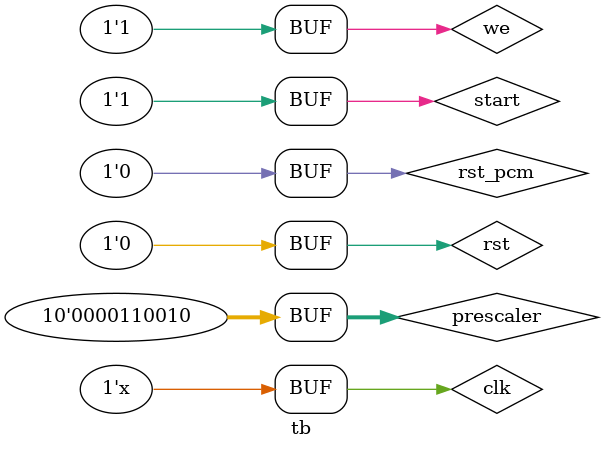
<source format=v>
`timescale 1ns / 1ps


module tb;

  reg clk; 
  reg rst; 
  reg [9:0] prescaler;
  reg we;
  reg start;
  reg rst_pcm;
  wire signed [31:0] dec_pcm;
  
 top dut(
   //crrs
  .clk(clk), 
  .rst(rst),
  .rst_pcm(rst_pcm), 
  .we(we),
  .start(start),
  .prescaler(prescaler),
  .dec_pcm(dec_pcm)
    );
  
  // Generación de pulsos de reloj
    always begin
        #21 clk = ~clk;
    end
    initial begin
        $monitor("Time = %d, clk = %b,mclk=%b,ce_pdm=%b,ce_pcm=%d,rst = %b,we=%b,pdm=%b,pcm=%d,dec_pcm=%d",$time, clk,dut.pdmclk,dut.crrsclk,dut.ce_pcm,rst,we,dut.crrs_datain,dut.pcm,dec_pcm);
        clk = 1;
        rst = 1;
        rst_pcm = 1;
        prescaler = 10'd50;
        we = 0;
        #210 start = 1;
        rst = 0;
        #420 we = 1;
            rst_pcm = 0;
        //signal monitoring
    end
    
endmodule

</source>
